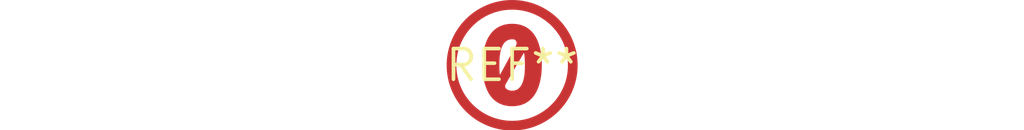
<source format=kicad_pcb>
(kicad_pcb (version 20240108) (generator pcbnew)
  (layers (0 "F.Cu" signal) (31 "B.Cu" signal) (34 "B.Paste" user) (35 "F.Paste" user) (36 "B.SilkS" user "B.Silkscreen") (37 "F.SilkS" user "F.Silkscreen") (38 "B.Mask" user) (39 "F.Mask" user) (44 "Edge.Cuts" user))
  (net 0 "")
  (footprint "Symbol_CC-PublicDomain_CopperTop_Small" (layer "F.Cu") (at 0 0)
    (property "Reference" "REF**")
    (property "Value" "Symbol_CC-PublicDomain_CopperTop_Small")
    (fp_circle (center 0 0) (end 2.5 0) (layer "F.Cu") (stroke (width 0.4)) (fill none))
    (fp_poly (pts (xy 0.089583 -1.713096) (xy 0.174964 -1.70521) (xy 0.256233 -1.692304) (xy 0.333478 -1.674572) (xy 0.40679 -1.652211) (xy 0.476256 -1.625415) (xy 0.541965 -1.594378) (xy 0.604008 -1.559295) (xy 0.662472 -1.520361) (xy 0.717448 -1.477771) (xy 0.769023 -1.43172) (xy 0.817287 -1.382402) (xy 0.862328 -1.330012) (xy 0.904237 -1.274745) (xy 0.943102 -1.216795) (xy 0.979011 -1.156358) (xy 1.012055 -1.093629) (xy 1.042322 -1.028801) (xy 1.09488 -0.893631) (xy 1.137398 -0.752406) (xy 1.170589 -0.606685) (xy 1.195165 -0.458025) (xy 1.211837 -0.307986) (xy 1.221318 -0.158125) (xy 1.22432 -0.01) (xy 1.221318 0.13814) (xy 1.211837 0.288013) (xy 1.195165 0.43806) (xy 1.170589 0.586724) (xy 1.137398 0.732447) (xy 1.11735 0.803719) (xy 1.09488 0.873672) (xy 1.0699 0.94211) (xy 1.042322 1.00884) (xy 1.012055 1.073665) (xy 0.979011 1.136393) (xy 0.943102 1.196828) (xy 0.904237 1.254775) (xy 0.862328 1.310039) (xy 0.817287 1.362426) (xy 0.769023 1.411741) (xy 0.717448 1.45779) (xy 0.662472 1.500377) (xy 0.604008 1.539308) (xy 0.541965 1.574388) (xy 0.476256 1.605423) (xy 0.40679 1.632217) (xy 0.333478 1.654576) (xy 0.256233 1.672306) (xy 0.174964 1.685211) (xy 0.089583 1.693097) (xy 0 1.695769) (xy -0.089599 1.693097) (xy -0.174995 1.685211) (xy -0.256277 1.672306) (xy -0.333535 1.654576) (xy -0.406857 1.632217) (xy -0.476333 1.605423) (xy -0.542051 1.574388) (xy -0.6041 1.539308) (xy -0.662571 1.500377) (xy -0.717551 1.45779) (xy -0.76913 1.411741) (xy -0.817397 1.362426) (xy -0.862441 1.310039) (xy -0.904351 1.254775) (xy -0.943217 1.196828) (xy -0.979127 1.136393) (xy -1.01217 1.073666) (xy -1.042436 1.00884) (xy -1.094992 0.873672) (xy -1.095455 0.872132) (xy -0.289695 0.872132) (xy -0.289205 0.882299) (xy -0.287993 0.892139) (xy -0.286084 0.901657) (xy -0.2835 0.910857) (xy -0.280267 0.919746) (xy -0.276407 0.928327) (xy -0.271945 0.936606) (xy -0.266904 0.944588) (xy -0.261309 0.952278) (xy -0.255184 0.959681) (xy -0.248553 0.966803) (xy -0.241439 0.973648) (xy -0.233866 0.980222) (xy -0.225859 0.986529) (xy -0.217441 0.992575) (xy -0.208636 0.998365) (xy -0.199469 1.003903) (xy -0.180141 1.014247) (xy -0.15965 1.023647) (xy -0.15592 1.02508) (xy -0.152105 1.026463) (xy -0.148226 1.027798) (xy -0.1443 1.029088) (xy -0.136391 1.031539) (xy -0.128534 1.033834) (xy -0.123867 1.035468) (xy -0.119251 1.03704) (xy -0.114601 1.038561) (xy -0.109829 1.040039) (xy -0.096996 1.042999) (xy -0.083914 1.045562) (xy -0.070576 1.047727) (xy -0.056975 1.049496) (xy -0.043105 1.05087) (xy -0.028959 1.05185) (xy -0.014531 1.052437) (xy 0.000185 1.052633) (xy 0.045954 1.050563) (xy 0.088999 1.044486) (xy 0.129403 1.034603) (xy 0.16725 1.021113) (xy 0.202622 1.004216) (xy 0.235605 0.984112) (xy 0.266279 0.960999) (xy 0.29473 0.935079) (xy 0.32104 0.906551) (xy 0.345294 0.875614) (xy 0.367573 0.842468) (xy 0.387961 0.807314) (xy 0.406543 0.770351) (xy 0.423401 0.731778) (xy 0.452279 0.650603) (xy 0.475262 0.565389) (xy 0.493016 0.477732) (xy 0.50621 0.389231) (xy 0.51551 0.301484) (xy 0.521582 0.21609) (xy 0.525094 0.134645) (xy 0.527103 -0.01) (xy 0.525796 -0.120854) (xy 0.523728 -0.182383) (xy 0.520331 -0.246962) (xy 0.515315 -0.313829) (xy 0.50839 -0.382221) (xy 0.499266 -0.451374) (xy 0.487654 -0.520527) (xy -0.240586 0.737223) (xy -0.249618 0.751328) (xy -0.257664 0.76505) (xy -0.264749 0.778393) (xy -0.270897 0.791364) (xy -0.276131 0.803966) (xy -0.280476 0.816205) (xy -0.283955 0.828086) (xy -0.286593 0.839614) (xy -0.288412 0.850794) (xy -0.289438 0.861632) (xy -0.289695 0.872132) (xy -1.095455 0.872132) (xy -1.137506 0.732447) (xy -1.170693 0.586724) (xy -1.195264 0.43806) (xy -1.211933 0.288013) (xy -1.221411 0.13814) (xy -1.224412 -0.01) (xy -1.22441 -0.010093) (xy -0.527103 -0.010093) (xy -0.526342 0.079567) (xy -0.52514 0.128679) (xy -0.523167 0.180105) (xy -0.520257 0.233435) (xy -0.516242 0.288265) (xy -0.510955 0.344186) (xy -0.504229 0.400792) (xy 0.147333 -0.79658) (xy 0.153374 -0.807439) (xy 0.158829 -0.818107) (xy 0.16371 -0.828585) (xy 0.168029 -0.838874) (xy 0.171799 -0.848978) (xy 0.175031 -0.858896) (xy 0.177738 -0.868632) (xy 0.179931 -0.878187) (xy 0.181624 -0.887563) (xy 0.182827 -0.896762) (xy 0.183553 -0.905785) (xy 0.183814 -0.914635) (xy 0.183622 -0.923313) (xy 0.18299 -0.931821) (xy 0.181929 -0.940161) (xy 0.180451 -0.948335) (xy 0.178569 -0.956344) (xy 0.176294 -0.964191) (xy 0.173639 -0.971877) (xy 0.170616 -0.979404) (xy 0.167236 -0.986774) (xy 0.163513 -0.993989) (xy 0.159457 -1.00105) (xy 0.155082 -1.00796) (xy 0.150399 -1.01472) (xy 0.14542 -1.021332) (xy 0.140157 -1.027798) (xy 0.134623 -1.03412) (xy 0.122789 -1.046338) (xy 0.110014 -1.058001) (xy 0.097132 -1.061045) (xy 0.084034 -1.063828) (xy 0.070704 -1.066305) (xy 0.057125 -1.068431) (xy 0.043282 -1.070162) (xy 0.029157 -1.071453) (xy 0.014736 -1.072261) (xy 0 -1.07254) (xy -0.045785 -1.07047) (xy -0.088846 -1.064395) (xy -0.129265 -1.054513) (xy -0.167125 -1.041025) (xy -0.202511 -1.02413) (xy -0.235505 -1.004028) (xy -0.266191 -0.980919) (xy -0.294652 -0.955002) (xy -0.320971 -0.926478) (xy -0.345233 -0.895545) (xy -0.36752 -0.862405) (xy -0.387916 -0.827255) (xy -0.406504 -0.790297) (xy -0.423368 -0.75173) (xy -0.452255 -0.670568) (xy -0.475246 -0.585367) (xy -0.493007 -0.497725) (xy -0.506205 -0.409239) (xy -0.515507 -0.321509) (xy -0.521581 -0.236131) (xy -0.525093 -0.154703) (xy -0.527103 -0.010093) (xy -1.22441 -0.010093) (xy -1.22141 -0.158125) (xy -1.211929 -0.307986) (xy -1.195256 -0.458025) (xy -1.17068 -0.606685) (xy -1.137488 -0.752406) (xy -1.117438 -0.823678) (xy -1.094967 -0.893631) (xy -1.069986 -0.96207) (xy -1.042406 -1.028801) (xy -1.012138 -1.093629) (xy -0.979092 -1.156358) (xy -0.94318 -1.216795) (xy -0.904313 -1.274745) (xy -0.862401 -1.330012) (xy -0.817356 -1.382402) (xy -0.769089 -1.43172) (xy -0.71751 -1.477771) (xy -0.66253 -1.520361) (xy -0.604061 -1.559295) (xy -0.542013 -1.594378) (xy -0.476298 -1.625415) (xy -0.406826 -1.652211) (xy -0.333508 -1.674572) (xy -0.256256 -1.692304) (xy -0.17498 -1.70521) (xy -0.089591 -1.713096) (xy 0 -1.715769)) (layer "F.Cu") (fill solid))
  )
)
</source>
